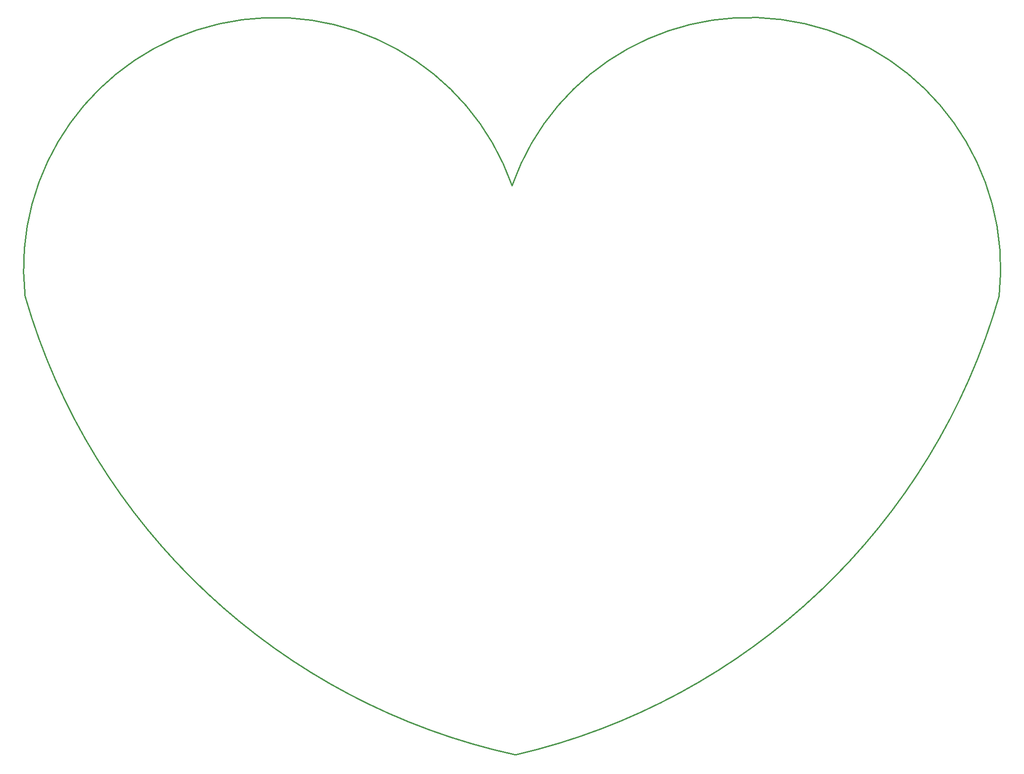
<source format=gbr>
%TF.GenerationSoftware,Altium Limited,Altium Designer,24.6.1 (21)*%
G04 Layer_Color=16711935*
%FSLAX45Y45*%
%MOMM*%
%TF.SameCoordinates,D6E34864-ACFE-43FA-A01B-F9739AC3D18D*%
%TF.FilePolarity,Positive*%
%TF.FileFunction,Other,Mechanical_1*%
%TF.Part,Single*%
G01*
G75*
%TA.AperFunction,NonConductor*%
%ADD55C,0.25400*%
D55*
X-790Y-789D02*
G03*
X8801963Y8355619I-2699727J11658601D01*
G01*
X-8932157Y8353912D02*
G03*
X-790Y-790I11463346J3303310D01*
G01*
X8801963Y8355619D02*
G03*
X-65905Y10364117I-4548597J497989D01*
G01*
X-64290Y10362410D02*
G03*
X-8932157Y8353912I-4319270J-1510509D01*
G01*
%TF.MD5,c69fa42776a6cc7083a2dff2382cff48*%
M02*

</source>
